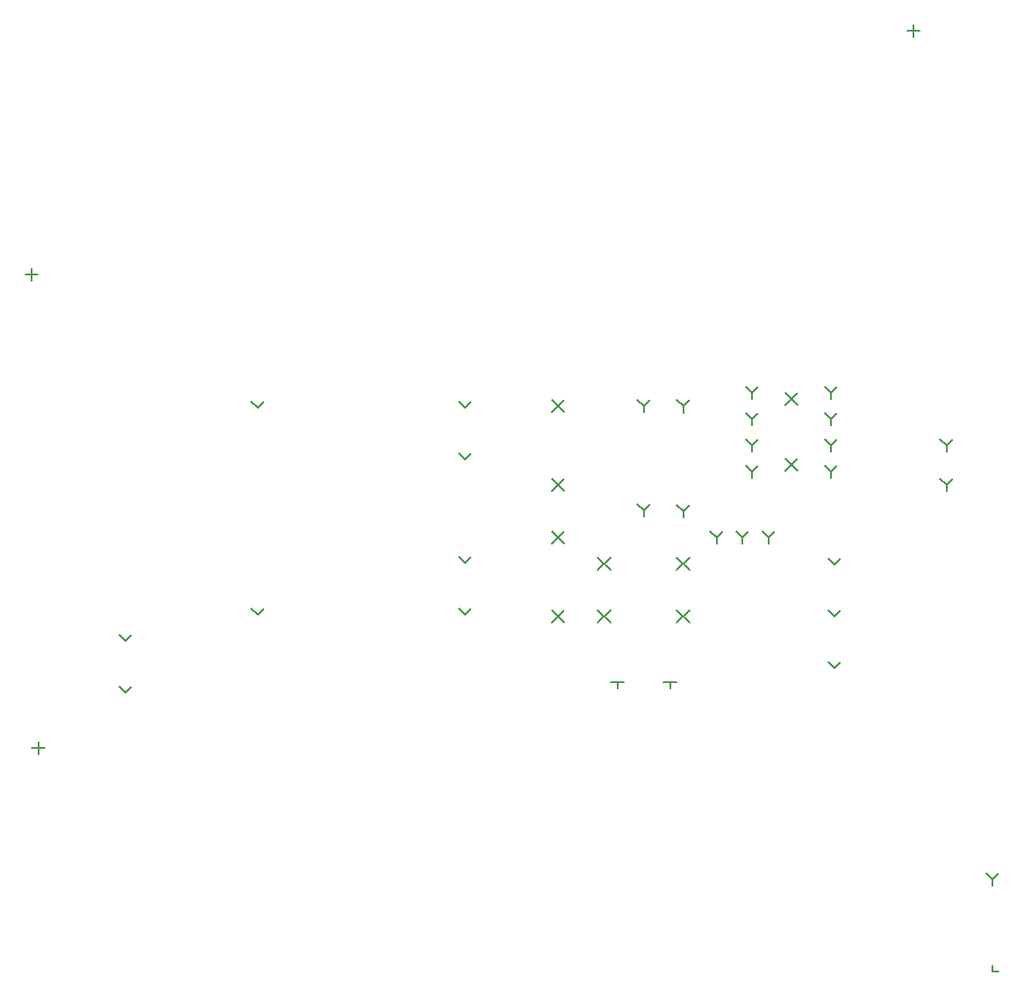
<source format=gbr>
G04 DipTrace 4.3.0.1*
G04 Plated_Through.gbr*
%MOMM*%
G04 #@! TF.FileFunction,Plated,1,2,PTH,Drill*
G04 #@! TF.Part,Single*
G04 Drill Symbols*
G04 D=0.25 - Cross*
G04 D=0.55867 - X*
G04 D=0.9 - Y*
G04 D=1 - T*
G04 D=1.2 - V*
G04 D=4.5 - Clock*
G04 D=4.5 - Box_Cross*
%ADD10C,0.2*%
%FSLAX35Y35*%
G04*
G71*
G90*
G75*
G01*
X4445000Y-4385050D2*
D10*
Y-4445000D1*
X4504950D1*
X-2705950Y1059950D2*
X-2646000Y1000000D1*
X-2586050Y1059950D1*
X-2705950Y-940050D2*
X-2646000Y-1000000D1*
X-2586050Y-940050D1*
X-705950Y1059950D2*
X-646000Y1000000D1*
X-586050Y1059950D1*
X-705950Y559950D2*
X-646000Y500000D1*
X-586050Y559950D1*
X-705950Y-440050D2*
X-646000Y-500000D1*
X-586050Y-440050D1*
X-705950Y-940050D2*
X-646000Y-1000000D1*
X-586050Y-940050D1*
X-3980450Y-1193550D2*
X-3920500Y-1253500D1*
X-3860550Y-1193550D1*
X-3980450Y-1693550D2*
X-3920500Y-1753500D1*
X-3860550Y-1693550D1*
X194050Y1075950D2*
X313950Y956050D1*
Y1075950D2*
X194050Y956050D1*
Y313950D2*
X313950Y194050D1*
Y313950D2*
X194050Y194050D1*
Y-194050D2*
X313950Y-313950D1*
Y-194050D2*
X194050Y-313950D1*
Y-956050D2*
X313950Y-1075950D1*
Y-956050D2*
X194050Y-1075950D1*
X638550Y-448050D2*
X758450Y-567950D1*
Y-448050D2*
X638550Y-567950D1*
X1400550Y-448050D2*
X1520450Y-567950D1*
Y-448050D2*
X1400550Y-567950D1*
X638550Y-956050D2*
X758450Y-1075950D1*
Y-956050D2*
X638550Y-1075950D1*
X1400550Y-956050D2*
X1520450Y-1075950D1*
Y-956050D2*
X1400550Y-1075950D1*
X2861050Y-956050D2*
X2921000Y-1016000D1*
X2980950Y-956050D1*
X2861050Y-456050D2*
X2921000Y-516000D1*
X2980950Y-456050D1*
X3940550Y694950D2*
X4000500Y635000D1*
X4060450Y694950D1*
X4000500Y635000D2*
Y575050D1*
X1273550Y-1651000D2*
X1393450D1*
X1333500D2*
Y-1710950D1*
X765550Y-1651000D2*
X885450D1*
X825500D2*
Y-1710950D1*
X3683000Y4695450D2*
Y4575550D1*
X3623050Y4635500D2*
X3742950D1*
X1400550Y59950D2*
X1460500Y0D1*
X1520450Y59950D1*
X1460500Y0D2*
Y-59950D1*
X1400550Y1069950D2*
X1460500Y1010000D1*
X1520450Y1069950D1*
X1460500Y1010000D2*
Y950050D1*
X1019550Y1075950D2*
X1079500Y1016000D1*
X1139450Y1075950D1*
X1079500Y1016000D2*
Y956050D1*
X1019550Y65950D2*
X1079500Y6000D1*
X1139450Y65950D1*
X1079500Y6000D2*
Y-53950D1*
X4385050Y-3496050D2*
X4445000Y-3556000D1*
X4504950Y-3496050D1*
X4445000Y-3556000D2*
Y-3615950D1*
X3940550Y313950D2*
X4000500Y254000D1*
X4060450Y313950D1*
X4000500Y254000D2*
Y194050D1*
X2067300Y1202950D2*
X2127250Y1143000D1*
X2187200Y1202950D1*
X2127250Y1143000D2*
Y1083050D1*
X2067300Y948950D2*
X2127250Y889000D1*
X2187200Y948950D1*
X2127250Y889000D2*
Y829050D1*
X2067300Y694950D2*
X2127250Y635000D1*
X2187200Y694950D1*
X2127250Y635000D2*
Y575050D1*
X2067300Y440950D2*
X2127250Y381000D1*
X2187200Y440950D1*
X2127250Y381000D2*
Y321050D1*
X2829300Y440950D2*
X2889250Y381000D1*
X2949200Y440950D1*
X2889250Y381000D2*
Y321050D1*
X2829300Y694950D2*
X2889250Y635000D1*
X2949200Y694950D1*
X2889250Y635000D2*
Y575050D1*
X2829300Y948950D2*
X2889250Y889000D1*
X2949200Y948950D1*
X2889250Y889000D2*
Y829050D1*
X2829300Y1202950D2*
X2889250Y1143000D1*
X2949200Y1202950D1*
X2889250Y1143000D2*
Y1083050D1*
X2448300Y1139450D2*
X2568200Y1019550D1*
Y1139450D2*
X2448300Y1019550D1*
Y504450D2*
X2568200Y384550D1*
Y504450D2*
X2448300Y384550D1*
X-4826000Y2345950D2*
Y2226050D1*
X-4885950Y2286000D2*
X-4766050D1*
X-4762500Y-2226050D2*
Y-2345950D1*
X-4822450Y-2286000D2*
X-4702550D1*
X1722050Y-194050D2*
X1782000Y-254000D1*
X1841950Y-194050D1*
X1782000Y-254000D2*
Y-313950D1*
X1972050Y-194050D2*
X2032000Y-254000D1*
X2091950Y-194050D1*
X2032000Y-254000D2*
Y-313950D1*
X2222050Y-194050D2*
X2282000Y-254000D1*
X2341950Y-194050D1*
X2282000Y-254000D2*
Y-313950D1*
X2861050Y-1456050D2*
X2921000Y-1516000D1*
X2980950Y-1456050D1*
M02*

</source>
